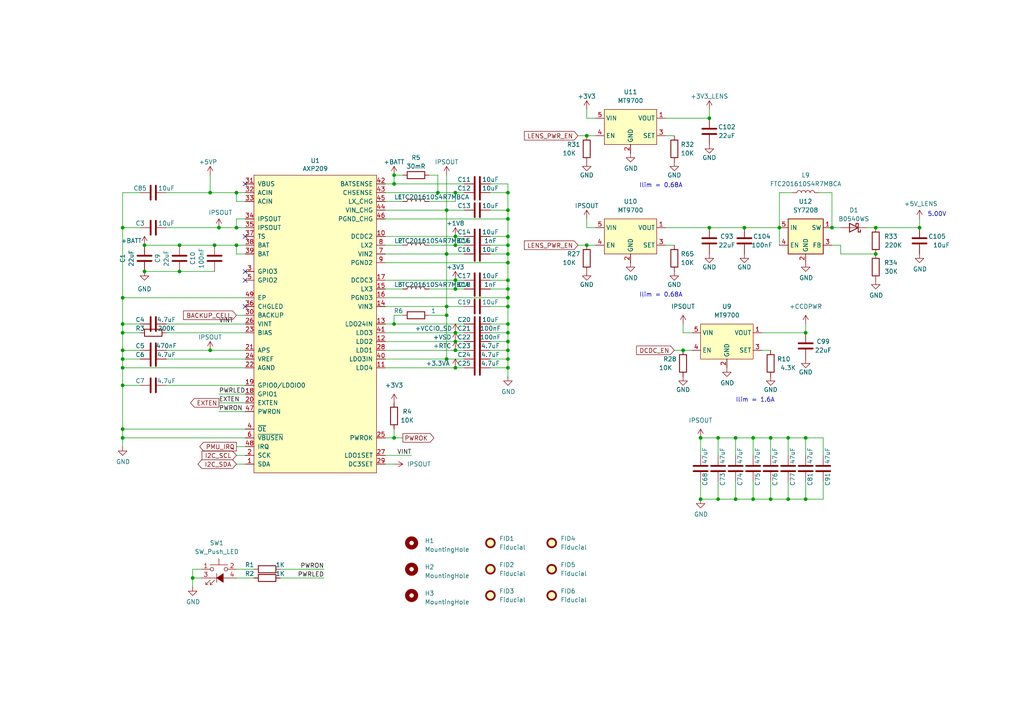
<source format=kicad_sch>
(kicad_sch (version 20231120) (generator "eeschema") (generator_version "8.0")
  (paper "A4")
  (title_block (title "Sitina 1 IO Board") (date "2024-03-08") (rev "R0.9") (company "Copyright 2024 Wenting Zhang, Anhang Li") (comment 2 "MERCHANTABILITY, SATISFACTORY QUALITY AND FITNESS FOR A PARTICULAR PURPOSE.") (comment 3 "This source is distributed WITHOUT ANY EXPRESS OR IMPLIED WARRANTY, INCLUDING OF") (comment 4 "This source describes Open Hardware and is licensed under the CERN-OHL-P v2."))
  (lib_symbols
    (symbol "Device:C" (pin_numbers hide) (pin_names (offset 0.254))
      (property "Reference" "C" (at 0.635 2.54 0))
      (property "Value" "C" (at 0.635 -2.54 0))
      (symbol "C_1_1"
        (pin passive line (at 0 3.81 270) (length 2.794) (name "~") (number "1"))
        (pin passive line (at 0 -3.81 90) (length 2.794) (name "~") (number "2"))
      )
    )
    (symbol "Device:L" (pin_numbers hide) (pin_names (offset 1.016) hide)
      (property "Reference" "L" (at -1.27 0 90))
      (property "Value" "L" (at 1.905 0 90))
      (symbol "L_1_1"
        (pin passive line (at 0 3.81 270) (length 1.27) (name "1") (number "1"))
        (pin passive line (at 0 -3.81 90) (length 1.27) (name "2") (number "2"))
      )
    )
    (symbol "Device:R" (pin_numbers hide) (pin_names (offset 0))
      (property "Reference" "R" (at 2.032 0 90))
      (property "Value" "R" (at 0 0 90))
      (symbol "R_1_1"
        (pin passive line (at 0 3.81 270) (length 1.27) (name "~") (number "1"))
        (pin passive line (at 0 -3.81 90) (length 1.27) (name "~") (number "2"))
      )
    )
    (symbol "Diode:MBR0530" (pin_numbers hide) (pin_names (offset 1.016) hide)
      (property "Reference" "D" (at 0 2.54 0))
      (property "Value" "MBR0530" (at 0 -2.54 0))
      (symbol "MBR0530_1_1"
        (pin passive line (at -3.81 0 0) (length 2.54) (name "K") (number "1"))
        (pin passive line (at 3.81 0 180) (length 2.54) (name "A") (number "2"))
      )
    )
    (symbol "Mechanical:Fiducial"
      (property "Reference" "FID" (at 0 5.08 0))
      (property "Value" "Fiducial" (at 0 3.175 0))
    )
    (symbol "Mechanical:MountingHole" (pin_names (offset 1.016))
      (property "Reference" "H" (at 0 5.08 0))
      (property "Value" "MountingHole" (at 0 3.175 0))
    )
    (symbol "Regulator_Switching:MT3608"
      (property "Reference" "U" (at -2.54 8.89 0))
      (property "Value" "MT3608" (at -3.81 6.35 0))
      (symbol "MT3608_1_1"
        (pin passive line (at 7.62 2.54 180) (length 2.54) (name "SW") (number "1"))
        (pin power_in line (at 0 -7.62 90) (length 2.54) (name "GND") (number "2"))
        (pin input line (at 7.62 -2.54 180) (length 2.54) (name "FB") (number "3"))
        (pin input line (at -7.62 -2.54 0) (length 2.54) (name "EN") (number "4"))
        (pin power_in line (at -7.62 2.54 0) (length 2.54) (name "IN") (number "5"))
        (pin no_connect line (at 5.08 0 180) (length 2.54) hide (name "NC") (number "6"))
      )
    )
    (symbol "Switch:SW_Push_LED" (pin_names (offset 1.016) hide)
      (property "Reference" "SW" (at 0.635 5.715 0))
      (property "Value" "SW_Push_LED" (at 0 -3.175 0))
      (symbol "SW_Push_LED_0_1"
        (pin passive line (at -5.08 2.54 0) (length 2.54) (name "1") (number "1"))
        (pin passive line (at 5.08 2.54 180) (length 2.54) (name "2") (number "2"))
        (pin passive line (at -5.08 0 0) (length 2.54) (name "K") (number "3"))
        (pin passive line (at 5.08 0 180) (length 2.54) (name "A") (number "4"))
      )
    )
    (symbol "power:+1V8" (power) (pin_names (offset 0))
      (property "Value" "+1V8" (at 0 3.556 0))
      (symbol "+1V8_1_1"
        (pin power_in line (at 0 0 90) (length 0) hide (name "+1V8") (number "1"))
      )
    )
    (symbol "power:+3.3VA" (power) (pin_names (offset 0))
      (property "Value" "+3.3VA" (at 0 3.556 0))
      (symbol "+3.3VA_1_1"
        (pin power_in line (at 0 0 90) (length 0) hide (name "+3.3VA") (number "1"))
      )
    )
    (symbol "power:+3V3" (power) (pin_names (offset 0))
      (property "Value" "+3V3" (at 0 3.556 0))
      (symbol "+3V3_1_1"
        (pin power_in line (at 0 0 90) (length 0) hide (name "+3V3") (number "1"))
      )
    )
    (symbol "power:+5V" (power) (pin_names (offset 0))
      (property "Value" "+5V" (at 0 3.556 0))
      (symbol "+5V_1_1"
        (pin power_in line (at 0 0 90) (length 0) hide (name "+5V") (number "1"))
      )
    )
    (symbol "power:+5VP" (power) (pin_names (offset 0))
      (property "Value" "+5VP" (at 0 3.556 0))
      (symbol "+5VP_1_1"
        (pin power_in line (at 0 0 90) (length 0) hide (name "+5VP") (number "1"))
      )
    )
    (symbol "power:+BATT" (power) (pin_names (offset 0))
      (property "Value" "+BATT" (at 0 3.556 0))
      (symbol "+BATT_1_1"
        (pin power_in line (at 0 0 90) (length 0) hide (name "+BATT") (number "1"))
      )
    )
    (symbol "power:GND" (power) (pin_names (offset 0))
      (property "Value" "GND" (at 0 -3.81 0))
      (symbol "GND_1_1"
        (pin power_in line (at 0 0 270) (length 0) hide (name "GND") (number "1"))
      )
    )
    (symbol "symbols:+RTC" (power) (pin_names (offset 0))
      (property "Value" "+RTC" (at 0 3.556 0))
      (symbol "+RTC_1_1"
        (pin power_in line (at 0 0 90) (length 0) hide (name "+RTC") (number "1"))
      )
    )
    (symbol "symbols:+VCCIO_SD" (power) (pin_names (offset 0))
      (property "Value" "+VCCIO_SD" (at 0 3.556 0))
      (symbol "+VCCIO_SD_1_1"
        (pin power_in line (at 0 0 90) (length 0) hide (name "+VCCIO_SD") (number "1"))
      )
    )
    (symbol "symbols:+VSD" (power) (pin_names (offset 0))
      (property "Value" "+VSD" (at 0 3.556 0))
      (symbol "+VSD_1_1"
        (pin power_in line (at 0 0 90) (length 0) hide (name "+VSD") (number "1"))
      )
    )
    (symbol "symbols:AXP209" (pin_names (offset 1.016))
      (property "Reference" "U" (at -15.24 0 0))
      (property "Value" "AXP209" (at 10.16 0 0))
      (symbol "AXP209_1_1"
        (pin bidirectional line (at -20.32 -86.36 0) (length 2.54) (name "SDA") (number "1"))
        (pin power_in line (at 20.32 -20.32 180) (length 2.54) (name "DCDC2") (number "10"))
        (pin power_out line (at 20.32 -58.42 180) (length 2.54) (name "LDO4") (number "11"))
        (pin power_out line (at 20.32 -50.8 180) (length 2.54) (name "LDO2") (number "12"))
        (pin power_in line (at 20.32 -45.72 180) (length 2.54) (name "LDO24IN") (number "13"))
        (pin power_in line (at 20.32 -40.64 180) (length 2.54) (name "VIN3") (number "14"))
        (pin power_in line (at 20.32 -35.56 180) (length 2.54) (name "LX3") (number "15"))
        (pin power_in line (at 20.32 -38.1 180) (length 2.54) (name "PGND3") (number "16"))
        (pin power_in line (at 20.32 -33.02 180) (length 2.54) (name "DCDC3") (number "17"))
        (pin bidirectional line (at -20.32 -66.04 0) (length 2.54) (name "GPIO1") (number "18"))
        (pin bidirectional line (at -20.32 -63.5 0) (length 2.54) (name "GPIO0/LDOIO0") (number "19"))
        (pin bidirectional line (at -20.32 -83.82 0) (length 2.54) (name "SCK") (number "2"))
        (pin output line (at -20.32 -68.58 0) (length 2.54) (name "EXTEN") (number "20"))
        (pin input line (at -20.32 -53.34 0) (length 2.54) (name "APS") (number "21"))
        (pin power_in line (at -20.32 -58.42 0) (length 2.54) (name "AGND") (number "22"))
        (pin input line (at -20.32 -48.26 0) (length 2.54) (name "BIAS") (number "23"))
        (pin power_out line (at -20.32 -55.88 0) (length 2.54) (name "VREF") (number "24"))
        (pin output line (at 20.32 -78.74 180) (length 2.54) (name "PWROK") (number "25"))
        (pin power_out line (at -20.32 -45.72 0) (length 2.54) (name "VINT") (number "26"))
        (pin input line (at 20.32 -83.82 180) (length 2.54) (name "LDO1SET") (number "27"))
        (pin power_out line (at 20.32 -53.34 180) (length 2.54) (name "LDO1") (number "28"))
        (pin input line (at 20.32 -86.36 180) (length 2.54) (name "DC3SET") (number "29"))
        (pin bidirectional line (at -20.32 -30.48 0) (length 2.54) (name "GPIO3") (number "3"))
        (pin power_in line (at -20.32 -43.18 0) (length 2.54) (name "BACKUP") (number "30"))
        (pin power_in line (at -20.32 -5.08 0) (length 2.54) (name "VBUS") (number "31"))
        (pin power_in line (at -20.32 -7.62 0) (length 2.54) (name "ACIN") (number "32"))
        (pin power_in line (at -20.32 -10.16 0) (length 2.54) (name "ACIN") (number "33"))
        (pin power_out line (at -20.32 -15.24 0) (length 2.54) (name "IPSOUT") (number "34"))
        (pin power_out line (at -20.32 -17.78 0) (length 2.54) (name "IPSOUT") (number "35"))
        (pin output line (at -20.32 -40.64 0) (length 2.54) (name "CHGLED") (number "36"))
        (pin input line (at -20.32 -20.32 0) (length 2.54) (name "TS") (number "37"))
        (pin power_in line (at -20.32 -22.86 0) (length 2.54) (name "BAT") (number "38"))
        (pin power_in line (at -20.32 -25.4 0) (length 2.54) (name "BAT") (number "39"))
        (pin input line (at -20.32 -76.2 0) (length 2.54) (name "~{OE}") (number "4"))
        (pin power_in line (at 20.32 -55.88 180) (length 2.54) (name "LDO3IN") (number "40"))
        (pin power_out line (at 20.32 -48.26 180) (length 2.54) (name "LDO3") (number "41"))
        (pin input line (at 20.32 -5.08 180) (length 2.54) (name "BATSENSE") (number "42"))
        (pin input line (at 20.32 -7.62 180) (length 2.54) (name "CHSENSE") (number "43"))
        (pin output line (at 20.32 -12.7 180) (length 2.54) (name "VIN_CHG") (number "44"))
        (pin output line (at 20.32 -10.16 180) (length 2.54) (name "LX_CHG") (number "45"))
        (pin power_in line (at 20.32 -15.24 180) (length 2.54) (name "PGND_CHG") (number "46"))
        (pin input line (at -20.32 -71.12 0) (length 2.54) (name "PWRON") (number "47"))
        (pin output line (at -20.32 -81.28 0) (length 2.54) (name "IRQ") (number "48"))
        (pin power_in line (at -20.32 -38.1 0) (length 2.54) (name "EP") (number "49"))
        (pin bidirectional line (at -20.32 -33.02 0) (length 2.54) (name "GPIO2") (number "5"))
        (pin input line (at -20.32 -78.74 0) (length 2.54) (name "~{VBUSEN}") (number "6"))
        (pin power_in line (at 20.32 -25.4 180) (length 2.54) (name "VIN2") (number "7"))
        (pin power_in line (at 20.32 -22.86 180) (length 2.54) (name "LX2") (number "8"))
        (pin power_in line (at 20.32 -27.94 180) (length 2.54) (name "PGND2") (number "9"))
      )
    )
    (symbol "symbols:IPSOUT" (power) (pin_names (offset 0))
      (property "Value" "IPSOUT" (at 0 3.556 0))
      (symbol "IPSOUT_1_1"
        (pin power_in line (at 0 0 90) (length 0) hide (name "IPSOUT") (number "1"))
      )
    )
    (symbol "symbols:MT9700"
      (property "Reference" "U" (at -5.08 7.62 0))
      (property "Value" "MT9700" (at 2.54 7.62 0))
      (symbol "MT9700_1_1"
        (pin passive line (at 10.16 2.54 180) (length 2.54) (name "VOUT") (number "1"))
        (pin passive line (at 0 -7.62 90) (length 2.54) (name "GND") (number "2"))
        (pin passive line (at 10.16 -2.54 180) (length 2.54) (name "SET") (number "3"))
        (pin passive line (at -10.16 -2.54 0) (length 2.54) (name "EN") (number "4"))
        (pin passive line (at -10.16 2.54 0) (length 2.54) (name "VIN") (number "5"))
      )
    )
  )
  (junction (at 147.32 73.66) (diameter 0.9144))
  (junction (at 52.07 71.12))
  (junction (at 208.28 144.78))
  (junction (at 52.07 78.74))
  (junction (at 132.08 83.82) (diameter 0.9144))
  (junction (at 35.56 93.98) (diameter 0.9144))
  (junction (at 35.56 124.46) (diameter 0.9144))
  (junction (at 60.96 101.6) (diameter 0.9144))
  (junction (at 147.32 81.28) (diameter 0.9144))
  (junction (at 129.54 73.66) (diameter 0.9144))
  (junction (at 35.56 66.04) (diameter 0.9144))
  (junction (at 35.56 86.36) (diameter 0.9144))
  (junction (at 233.68 96.52))
  (junction (at 147.32 55.88) (diameter 0.9144))
  (junction (at 218.44 144.78))
  (junction (at 147.32 93.98) (diameter 0.9144))
  (junction (at 203.2 144.78))
  (junction (at 223.52 144.78))
  (junction (at 147.32 88.9) (diameter 0.9144))
  (junction (at 223.52 127))
  (junction (at 132.08 81.28) (diameter 0.9144))
  (junction (at 147.32 60.96) (diameter 0.9144))
  (junction (at 147.32 63.5) (diameter 0.9144))
  (junction (at 226.06 66.04))
  (junction (at 132.08 68.58) (diameter 0.9144))
  (junction (at 132.08 55.88) (diameter 0.9144))
  (junction (at 233.68 144.78))
  (junction (at 129.54 60.96) (diameter 0.9144))
  (junction (at 114.3 93.98) (diameter 0.9144))
  (junction (at 241.3 66.04))
  (junction (at 147.32 106.68) (diameter 0.9144))
  (junction (at 60.96 55.88))
  (junction (at 198.12 101.6))
  (junction (at 254 73.66))
  (junction (at 266.7 66.04))
  (junction (at 170.18 39.37))
  (junction (at 233.68 127))
  (junction (at 114.3 53.34))
  (junction (at 35.56 106.68) (diameter 0.9144))
  (junction (at 254 66.04))
  (junction (at 208.28 127))
  (junction (at 62.23 71.12))
  (junction (at 147.32 96.52) (diameter 0.9144))
  (junction (at 228.6 127))
  (junction (at 132.08 96.52))
  (junction (at 41.91 71.12))
  (junction (at 63.5 66.04) (diameter 0.9144))
  (junction (at 170.18 71.12))
  (junction (at 132.08 71.12) (diameter 0.9144))
  (junction (at 114.3 127))
  (junction (at 147.32 68.58) (diameter 0.9144))
  (junction (at 215.9 66.04))
  (junction (at 35.56 104.14) (diameter 0.9144))
  (junction (at 203.2 127))
  (junction (at 55.88 167.64))
  (junction (at 147.32 83.82) (diameter 0.9144))
  (junction (at 213.36 144.78))
  (junction (at 213.36 127))
  (junction (at 147.32 86.36) (diameter 0.9144))
  (junction (at 205.74 66.04))
  (junction (at 147.32 104.14) (diameter 0.9144))
  (junction (at 127 55.88))
  (junction (at 35.56 127))
  (junction (at 132.08 101.6) (diameter 0.9144))
  (junction (at 68.58 66.04) (diameter 0.9144))
  (junction (at 147.32 99.06) (diameter 0.9144))
  (junction (at 68.58 71.12))
  (junction (at 129.54 104.14) (diameter 0.9144))
  (junction (at 35.56 96.52) (diameter 0.9144))
  (junction (at 114.3 50.8))
  (junction (at 68.58 55.88))
  (junction (at 132.08 106.68) (diameter 0.9144))
  (junction (at 41.91 78.74))
  (junction (at 129.54 88.9) (diameter 0.9144))
  (junction (at 147.32 101.6) (diameter 0.9144))
  (junction (at 35.56 101.6) (diameter 0.9144))
  (junction (at 228.6 144.78))
  (junction (at 129.54 91.44) (diameter 0.9144))
  (junction (at 132.08 99.06))
  (junction (at 35.56 111.76) (diameter 0.9144))
  (junction (at 147.32 76.2) (diameter 0.9144))
  (junction (at 205.74 34.29))
  (junction (at 147.32 71.12) (diameter 0.9144))
  (junction (at 218.44 127))
  (no_connect (at 71.12 78.74))
  (no_connect (at 71.12 81.28))
  (no_connect (at 71.12 88.9))
  (no_connect (at 71.12 68.58))
  (no_connect (at 71.12 53.34))
  (wire (pts (xy 68.58 71.12) (xy 71.12 71.12)))
  (wire (pts (xy 147.32 63.5) (xy 147.32 68.58)))
  (wire (pts (xy 114.3 50.8) (xy 114.3 53.34)))
  (wire (pts (xy 60.96 55.88) (xy 68.58 55.88)))
  (wire (pts (xy 35.56 106.68) (xy 35.56 111.76)))
  (wire (pts (xy 111.76 132.08) (xy 119.38 132.08)))
  (wire (pts (xy 223.52 127) (xy 223.52 132.08)))
  (wire (pts (xy 111.76 88.9) (xy 129.54 88.9)))
  (wire (pts (xy 132.08 83.82) (xy 134.62 83.82)))
  (wire (pts (xy 241.3 71.12) (xy 243.84 71.12)))
  (wire (pts (xy 132.08 58.42) (xy 124.46 58.42)))
  (wire (pts (xy 142.24 73.66) (xy 147.32 73.66)))
  (wire (pts (xy 111.76 106.68) (xy 132.08 106.68)))
  (wire (pts (xy 243.84 73.66) (xy 243.84 71.12)))
  (wire (pts (xy 167.64 71.12) (xy 170.18 71.12)))
  (wire (pts (xy 35.56 66.04) (xy 35.56 86.36)))
  (wire (pts (xy 40.64 93.98) (xy 35.56 93.98)))
  (wire (pts (xy 170.18 31.75) (xy 170.18 34.29)))
  (wire (pts (xy 241.3 66.04) (xy 243.84 66.04)))
  (wire (pts (xy 132.08 71.12) (xy 132.08 68.58)))
  (wire (pts (xy 170.18 66.04) (xy 172.72 66.04)))
  (wire (pts (xy 35.56 96.52) (xy 35.56 101.6)))
  (wire (pts (xy 147.32 93.98) (xy 147.32 96.52)))
  (wire (pts (xy 195.58 101.6) (xy 198.12 101.6)))
  (wire (pts (xy 129.54 50.8) (xy 129.54 60.96)))
  (wire (pts (xy 142.24 55.88) (xy 147.32 55.88)))
  (wire (pts (xy 68.58 167.64) (xy 73.66 167.64)))
  (wire (pts (xy 142.24 106.68) (xy 147.32 106.68)))
  (wire (pts (xy 114.3 93.98) (xy 134.62 93.98)))
  (wire (pts (xy 111.76 71.12) (xy 116.84 71.12)))
  (wire (pts (xy 129.54 60.96) (xy 134.62 60.96)))
  (wire (pts (xy 111.76 81.28) (xy 132.08 81.28)))
  (wire (pts (xy 228.6 132.08) (xy 228.6 127)))
  (wire (pts (xy 71.12 134.62) (xy 68.58 134.62)))
  (wire (pts (xy 63.5 66.04) (xy 68.58 66.04)))
  (wire (pts (xy 220.98 101.6) (xy 223.52 101.6)))
  (wire (pts (xy 71.12 86.36) (xy 35.56 86.36)))
  (wire (pts (xy 124.46 71.12) (xy 132.08 71.12)))
  (wire (pts (xy 48.26 104.14) (xy 71.12 104.14)))
  (wire (pts (xy 147.32 81.28) (xy 147.32 83.82)))
  (wire (pts (xy 35.56 55.88) (xy 35.56 66.04)))
  (wire (pts (xy 71.12 63.5) (xy 68.58 63.5)))
  (wire (pts (xy 215.9 66.04) (xy 226.06 66.04)))
  (wire (pts (xy 48.26 55.88) (xy 60.96 55.88)))
  (wire (pts (xy 111.76 96.52) (xy 132.08 96.52)))
  (wire (pts (xy 132.08 96.52) (xy 134.62 96.52)))
  (wire (pts (xy 213.36 139.7) (xy 213.36 144.78)))
  (wire (pts (xy 147.32 76.2) (xy 147.32 81.28)))
  (wire (pts (xy 147.32 83.82) (xy 147.32 86.36)))
  (wire (pts (xy 223.52 144.78) (xy 228.6 144.78)))
  (wire (pts (xy 111.76 60.96) (xy 129.54 60.96)))
  (wire (pts (xy 116.84 91.44) (xy 114.3 91.44)))
  (wire (pts (xy 147.32 55.88) (xy 147.32 60.96)))
  (wire (pts (xy 116.84 58.42) (xy 111.76 58.42)))
  (wire (pts (xy 193.04 66.04) (xy 205.74 66.04)))
  (wire (pts (xy 147.32 68.58) (xy 147.32 71.12)))
  (wire (pts (xy 147.32 106.68) (xy 147.32 109.22)))
  (wire (pts (xy 68.58 91.44) (xy 71.12 91.44)))
  (wire (pts (xy 208.28 144.78) (xy 213.36 144.78)))
  (wire (pts (xy 114.3 53.34) (xy 134.62 53.34)))
  (wire (pts (xy 68.58 73.66) (xy 68.58 71.12)))
  (wire (pts (xy 55.88 167.64) (xy 58.42 167.64)))
  (wire (pts (xy 251.46 66.04) (xy 254 66.04)))
  (wire (pts (xy 233.68 96.52) (xy 233.68 93.98)))
  (wire (pts (xy 114.3 124.46) (xy 114.3 127)))
  (wire (pts (xy 111.76 101.6) (xy 132.08 101.6)))
  (wire (pts (xy 71.12 73.66) (xy 68.58 73.66)))
  (wire (pts (xy 233.68 139.7) (xy 233.68 144.78)))
  (wire (pts (xy 170.18 71.12) (xy 172.72 71.12)))
  (wire (pts (xy 111.76 83.82) (xy 116.84 83.82)))
  (wire (pts (xy 111.76 134.62) (xy 114.3 134.62)))
  (wire (pts (xy 40.64 101.6) (xy 35.56 101.6)))
  (wire (pts (xy 35.56 104.14) (xy 35.56 106.68)))
  (wire (pts (xy 142.24 71.12) (xy 147.32 71.12)))
  (wire (pts (xy 147.32 53.34) (xy 147.32 55.88)))
  (wire (pts (xy 233.68 132.08) (xy 233.68 127)))
  (wire (pts (xy 124.46 50.8) (xy 127 50.8)))
  (wire (pts (xy 111.76 99.06) (xy 132.08 99.06)))
  (wire (pts (xy 142.24 83.82) (xy 147.32 83.82)))
  (wire (pts (xy 60.96 101.6) (xy 71.12 101.6)))
  (wire (pts (xy 127 55.88) (xy 132.08 55.88)))
  (wire (pts (xy 198.12 93.98) (xy 198.12 96.52)))
  (wire (pts (xy 142.24 99.06) (xy 147.32 99.06)))
  (wire (pts (xy 127 50.8) (xy 127 55.88)))
  (wire (pts (xy 132.08 81.28) (xy 134.62 81.28)))
  (wire (pts (xy 71.12 132.08) (xy 68.58 132.08)))
  (wire (pts (xy 132.08 71.12) (xy 134.62 71.12)))
  (wire (pts (xy 48.26 66.04) (xy 63.5 66.04)))
  (wire (pts (xy 35.56 111.76) (xy 35.56 124.46)))
  (wire (pts (xy 142.24 93.98) (xy 147.32 93.98)))
  (wire (pts (xy 254 73.66) (xy 243.84 73.66)))
  (wire (pts (xy 142.24 81.28) (xy 147.32 81.28)))
  (wire (pts (xy 238.76 132.08) (xy 238.76 127)))
  (wire (pts (xy 218.44 139.7) (xy 218.44 144.78)))
  (wire (pts (xy 124.46 83.82) (xy 132.08 83.82)))
  (wire (pts (xy 170.18 63.5) (xy 170.18 66.04)))
  (wire (pts (xy 147.32 71.12) (xy 147.32 73.66)))
  (wire (pts (xy 223.52 127) (xy 228.6 127)))
  (wire (pts (xy 198.12 96.52) (xy 200.66 96.52)))
  (wire (pts (xy 132.08 55.88) (xy 134.62 55.88)))
  (wire (pts (xy 218.44 127) (xy 223.52 127)))
  (wire (pts (xy 111.76 127) (xy 114.3 127)))
  (wire (pts (xy 114.3 127) (xy 116.84 127)))
  (wire (pts (xy 170.18 34.29) (xy 172.72 34.29)))
  (wire (pts (xy 58.42 165.1) (xy 55.88 165.1)))
  (wire (pts (xy 226.06 66.04) (xy 226.06 71.12)))
  (wire (pts (xy 198.12 101.6) (xy 200.66 101.6)))
  (wire (pts (xy 220.98 96.52) (xy 233.68 96.52)))
  (wire (pts (xy 228.6 144.78) (xy 233.68 144.78)))
  (wire (pts (xy 208.28 139.7) (xy 208.28 144.78)))
  (wire (pts (xy 193.04 71.12) (xy 195.58 71.12)))
  (wire (pts (xy 208.28 127) (xy 213.36 127)))
  (wire (pts (xy 68.58 63.5) (xy 68.58 66.04)))
  (wire (pts (xy 218.44 132.08) (xy 218.44 127)))
  (wire (pts (xy 111.76 86.36) (xy 147.32 86.36)))
  (wire (pts (xy 147.32 73.66) (xy 147.32 76.2)))
  (wire (pts (xy 203.2 139.7) (xy 203.2 144.78)))
  (wire (pts (xy 68.58 165.1) (xy 73.66 165.1)))
  (wire (pts (xy 238.76 139.7) (xy 238.76 144.78)))
  (wire (pts (xy 132.08 106.68) (xy 134.62 106.68)))
  (wire (pts (xy 129.54 91.44) (xy 129.54 88.9)))
  (wire (pts (xy 226.06 55.88) (xy 226.06 66.04)))
  (wire (pts (xy 35.56 86.36) (xy 35.56 93.98)))
  (wire (pts (xy 228.6 127) (xy 233.68 127)))
  (wire (pts (xy 35.56 101.6) (xy 35.56 104.14)))
  (wire (pts (xy 55.88 167.64) (xy 55.88 170.18)))
  (wire (pts (xy 60.96 50.8) (xy 60.96 55.88)))
  (wire (pts (xy 129.54 88.9) (xy 134.62 88.9)))
  (wire (pts (xy 114.3 91.44) (xy 114.3 93.98)))
  (wire (pts (xy 129.54 104.14) (xy 134.62 104.14)))
  (wire (pts (xy 71.12 124.46) (xy 35.56 124.46)))
  (wire (pts (xy 41.91 71.12) (xy 52.07 71.12)))
  (wire (pts (xy 40.64 111.76) (xy 35.56 111.76)))
  (wire (pts (xy 142.24 53.34) (xy 147.32 53.34)))
  (wire (pts (xy 111.76 63.5) (xy 147.32 63.5)))
  (wire (pts (xy 241.3 55.88) (xy 237.49 55.88)))
  (wire (pts (xy 147.32 104.14) (xy 147.32 106.68)))
  (wire (pts (xy 233.68 127) (xy 238.76 127)))
  (wire (pts (xy 63.5 116.84) (xy 71.12 116.84)))
  (wire (pts (xy 147.32 99.06) (xy 147.32 101.6)))
  (wire (pts (xy 233.68 144.78) (xy 238.76 144.78)))
  (wire (pts (xy 205.74 34.29) (xy 205.74 31.75)))
  (wire (pts (xy 142.24 96.52) (xy 147.32 96.52)))
  (wire (pts (xy 114.3 93.98) (xy 111.76 93.98)))
  (wire (pts (xy 111.76 104.14) (xy 129.54 104.14)))
  (wire (pts (xy 132.08 68.58) (xy 134.62 68.58)))
  (wire (pts (xy 142.24 88.9) (xy 147.32 88.9)))
  (wire (pts (xy 132.08 99.06) (xy 134.62 99.06)))
  (wire (pts (xy 111.76 53.34) (xy 114.3 53.34)))
  (wire (pts (xy 193.04 34.29) (xy 205.74 34.29)))
  (wire (pts (xy 68.58 55.88) (xy 71.12 55.88)))
  (wire (pts (xy 52.07 71.12) (xy 62.23 71.12)))
  (wire (pts (xy 41.91 78.74) (xy 52.07 78.74)))
  (wire (pts (xy 229.87 55.88) (xy 226.06 55.88)))
  (wire (pts (xy 35.56 106.68) (xy 71.12 106.68)))
  (wire (pts (xy 35.56 127) (xy 71.12 127)))
  (wire (pts (xy 81.28 165.1) (xy 93.98 165.1)))
  (wire (pts (xy 213.36 132.08) (xy 213.36 127)))
  (wire (pts (xy 147.32 96.52) (xy 147.32 99.06)))
  (wire (pts (xy 203.2 127) (xy 203.2 132.08)))
  (wire (pts (xy 35.56 124.46) (xy 35.56 127)))
  (wire (pts (xy 35.56 127) (xy 35.56 129.54)))
  (wire (pts (xy 132.08 101.6) (xy 134.62 101.6)))
  (wire (pts (xy 62.23 71.12) (xy 68.58 71.12)))
  (wire (pts (xy 142.24 101.6) (xy 147.32 101.6)))
  (wire (pts (xy 48.26 101.6) (xy 60.96 101.6)))
  (wire (pts (xy 213.36 144.78) (xy 218.44 144.78)))
  (wire (pts (xy 203.2 144.78) (xy 208.28 144.78)))
  (wire (pts (xy 111.76 55.88) (xy 127 55.88)))
  (wire (pts (xy 129.54 73.66) (xy 111.76 73.66)))
  (wire (pts (xy 205.74 66.04) (xy 215.9 66.04)))
  (wire (pts (xy 40.64 96.52) (xy 35.56 96.52)))
  (wire (pts (xy 55.88 165.1) (xy 55.88 167.64)))
  (wire (pts (xy 142.24 68.58) (xy 147.32 68.58)))
  (wire (pts (xy 167.64 39.37) (xy 170.18 39.37)))
  (wire (pts (xy 254 66.04) (xy 266.7 66.04)))
  (wire (pts (xy 63.5 114.3) (xy 71.12 114.3)))
  (wire (pts (xy 68.58 58.42) (xy 68.58 55.88)))
  (wire (pts (xy 266.7 63.5) (xy 266.7 66.04)))
  (wire (pts (xy 35.56 55.88) (xy 40.64 55.88)))
  (wire (pts (xy 111.76 68.58) (xy 132.08 68.58)))
  (wire (pts (xy 71.12 111.76) (xy 48.26 111.76)))
  (wire (pts (xy 147.32 86.36) (xy 147.32 88.9)))
  (wire (pts (xy 93.98 167.64) (xy 81.28 167.64)))
  (wire (pts (xy 147.32 60.96) (xy 147.32 63.5)))
  (wire (pts (xy 71.12 58.42) (xy 68.58 58.42)))
  (wire (pts (xy 142.24 104.14) (xy 147.32 104.14)))
  (wire (pts (xy 40.64 66.04) (xy 35.56 66.04)))
  (wire (pts (xy 132.08 58.42) (xy 132.08 55.88)))
  (wire (pts (xy 203.2 127) (xy 208.28 127)))
  (wire (pts (xy 134.62 73.66) (xy 129.54 73.66)))
  (wire (pts (xy 132.08 83.82) (xy 132.08 81.28)))
  (wire (pts (xy 129.54 60.96) (xy 129.54 73.66)))
  (wire (pts (xy 35.56 93.98) (xy 35.56 96.52)))
  (wire (pts (xy 63.5 119.38) (xy 71.12 119.38)))
  (wire (pts (xy 48.26 93.98) (xy 71.12 93.98)))
  (wire (pts (xy 142.24 60.96) (xy 147.32 60.96)))
  (wire (pts (xy 114.3 50.8) (xy 116.84 50.8)))
  (wire (pts (xy 129.54 73.66) (xy 129.54 88.9)))
  (wire (pts (xy 213.36 127) (xy 218.44 127)))
  (wire (pts (xy 71.12 129.54) (xy 68.58 129.54)))
  (wire (pts (xy 241.3 66.04) (xy 241.3 55.88)))
  (wire (pts (xy 218.44 144.78) (xy 223.52 144.78)))
  (wire (pts (xy 124.46 91.44) (xy 129.54 91.44)))
  (wire (pts (xy 111.76 76.2) (xy 147.32 76.2)))
  (wire (pts (xy 223.52 139.7) (xy 223.52 144.78)))
  (wire (pts (xy 68.58 66.04) (xy 71.12 66.04)))
  (wire (pts (xy 228.6 139.7) (xy 228.6 144.78)))
  (wire (pts (xy 40.64 104.14) (xy 35.56 104.14)))
  (wire (pts (xy 71.12 96.52) (xy 48.26 96.52)))
  (wire (pts (xy 147.32 101.6) (xy 147.32 104.14)))
  (wire (pts (xy 147.32 88.9) (xy 147.32 93.98)))
  (wire (pts (xy 52.07 78.74) (xy 62.23 78.74)))
  (wire (pts (xy 208.28 132.08) (xy 208.28 127)))
  (wire (pts (xy 193.04 39.37) (xy 195.58 39.37)))
  (wire (pts (xy 170.18 39.37) (xy 172.72 39.37)))
  (wire (pts (xy 129.54 91.44) (xy 129.54 104.14)))
  (text "Ilim = 0.68A" (at 185.42 86.36 0) (effects (font (size 1.27 1.27)) (justify left bottom)))
  (text "Ilim = 0.68A" (at 185.42 54.61 0) (effects (font (size 1.27 1.27)) (justify left bottom)))
  (text "Ilim = 1.6A" (at 213.36 116.84 0) (effects (font (size 1.27 1.27)) (justify left bottom)))
  (text "5.00V" (at 271.78 62.23 0) (effects (font (size 1.27 1.27))))
  (label "PWRON" (at 93.98 165.1 180))
  (label "VINT" (at 119.38 132.08 180))
  (label "EXTEN" (at 63.5 116.84 0))
  (label "PWRON" (at 63.5 119.38 0))
  (label "PWRLED" (at 93.98 167.64 180))
  (label "PWRLED" (at 63.5 114.3 0))
  (label "VINT" (at 63.5 93.98 0))
  (global_label "BACKUP_CELL" (shape input) (at 68.58 91.44 180) (property "Intersheetrefs" "${INTERSHEET_REFS}" (effects (hide yes))))
  (global_label "LENS_PWR_EN" (shape input) (at 167.64 71.12 180) (property "Intersheetrefs" "${INTERSHEET_REFS}" (effects (hide yes))))
  (global_label "I2C_SCL" (shape input) (at 68.58 132.08 180) (property "Intersheetrefs" "${INTERSHEET_REFS}" (effects (hide yes))))
  (global_label "DCDC_EN" (shape input) (at 195.58 101.6 180) (property "Intersheetrefs" "${INTERSHEET_REFS}" (effects (hide yes))))
  (global_label "I2C_SDA" (shape bidirectional) (at 68.58 134.62 180) (property "Intersheetrefs" "${INTERSHEET_REFS}" (effects (hide yes))))
  (global_label "EXTEN" (shape output) (at 63.5 116.84 180) (property "Intersheetrefs" "${INTERSHEET_REFS}" (effects (hide yes))))
  (global_label "PMU_IRQ" (shape output) (at 68.58 129.54 180) (property "Intersheetrefs" "${INTERSHEET_REFS}" (effects (hide yes))))
  (global_label "PWROK" (shape output) (at 116.84 127 0) (property "Intersheetrefs" "${INTERSHEET_REFS}" (effects (hide yes))))
  (global_label "LENS_PWR_EN" (shape input) (at 167.64 39.37 180) (property "Intersheetrefs" "${INTERSHEET_REFS}" (effects (hide yes))))
  (symbol (lib_id "symbols:IPSOUT") (at 203.2 127 0) (unit 1)
    (property "Reference" "#PWR035" (effects (hide yes)))
    (property "Value" "IPSOUT" (at 203.2 121.92 0))
  )
  (symbol (lib_id "Device:C") (at 138.43 81.28 270) (unit 1)
    (property "Reference" "C17" (at 134.62 80.01 90))
    (property "Value" "10uF" (at 142.24 80.01 90))
    (property "Footprint" "Capacitor_SMD:C_0603_1608Metric" (effects (hide yes)))
  )
  (symbol (lib_id "Device:L") (at 120.65 58.42 90) (unit 1)
    (property "Reference" "L1" (at 115.57 57.15 90))
    (property "Value" "FTC201610S4R7MBCA" (at 125.73 57.15 90))
    (property "Footprint" "Inductor_SMD:L_Murata_DFE201610P" (effects (hide yes)))
  )
  (symbol (lib_id "Regulator_Switching:MT3608") (at 233.68 68.58 0) (unit 1)
    (property "Reference" "U12" (at 233.6271 58.42 0))
    (property "Value" "SY7208" (at 233.68 60.96 0))
    (property "Footprint" "Package_TO_SOT_SMD:SOT-23-6" (effects (hide yes)))
    (property "Datasheet" "https://www.olimex.com/Products/Breadboarding/BB-PWR-3608/resources/MT3608.pdf" (effects (hide yes)))
  )
  (symbol (lib_id "Device:C") (at 138.43 73.66 270) (unit 1)
    (property "Reference" "C16" (at 134.62 72.39 90))
    (property "Value" "10uF" (at 142.24 72.39 90))
    (property "Footprint" "Capacitor_SMD:C_0603_1608Metric" (effects (hide yes)))
  )
  (symbol (lib_id "Device:L") (at 233.68 55.88 90) (unit 1)
    (property "Reference" "L9" (at 233.68 50.8 90))
    (property "Value" "FTC201610S4R7MBCA" (at 233.68 53.34 90))
    (property "Footprint" "Inductor_SMD:L_Murata_DFE201610P" (effects (hide yes)))
  )
  (symbol (lib_id "Device:R") (at 120.65 91.44 270) (unit 1)
    (property "Reference" "R6" (at 115.57 90.17 90))
    (property "Value" "1" (at 125.73 90.17 90))
    (property "Footprint" "Resistor_SMD:R_0603_1608Metric" (effects (hide yes)))
  )
  (symbol (lib_id "power:GND") (at 205.74 41.91 0) (mirror y) (unit 1)
    (property "Reference" "#PWR0131" (effects (hide yes)))
    (property "Value" "GND" (at 205.74 45.72 0))
  )
  (symbol (lib_id "Device:C") (at 41.91 74.93 0) (unit 1)
    (property "Reference" "C1" (at 35.56 74.93 90))
    (property "Value" "22uF" (at 38.1 74.93 90))
    (property "Footprint" "Capacitor_SMD:C_0603_1608Metric" (effects (hide yes)))
  )
  (symbol (lib_id "Device:C") (at 138.43 106.68 270) (unit 1)
    (property "Reference" "C25" (at 134.62 105.41 90))
    (property "Value" "4.7uF" (at 142.24 105.41 90))
    (property "Footprint" "Capacitor_SMD:C_0402_1005Metric" (effects (hide yes)))
  )
  (symbol (lib_id "Device:L") (at 120.65 83.82 90) (unit 1)
    (property "Reference" "L3" (at 115.57 82.55 90))
    (property "Value" "FTC201610S4R7MBCA" (at 125.73 82.55 90))
    (property "Footprint" "Inductor_SMD:L_Murata_DFE201610P" (effects (hide yes)))
  )
  (symbol (lib_id "Device:C") (at 52.07 74.93 0) (unit 1)
    (property "Reference" "C9" (at 45.72 74.93 90))
    (property "Value" "22uF" (at 48.26 74.93 90))
    (property "Footprint" "Capacitor_SMD:C_0603_1608Metric" (effects (hide yes)))
  )
  (symbol (lib_id "Device:R") (at 254 77.47 180) (unit 1)
    (property "Reference" "R34" (at 260.35 76.2 0) (effects (justify left)))
    (property "Value" "30K" (at 256.54 78.74 0) (effects (justify right)))
    (property "Footprint" "Resistor_SMD:R_0402_1005Metric" (effects (hide yes)))
  )
  (symbol (lib_id "power:GND") (at 215.9 73.66 0) (mirror y) (unit 1)
    (property "Reference" "#PWR0142" (effects (hide yes)))
    (property "Value" "GND" (at 215.9 77.47 0))
  )
  (symbol (lib_id "Device:R") (at 170.18 74.93 0) (mirror x) (unit 1)
    (property "Reference" "R27" (at 166.37 73.66 0))
    (property "Value" "10K" (at 165.1 76.2 0))
    (property "Footprint" "Resistor_SMD:R_0402_1005Metric" (effects (hide yes)))
  )
  (symbol (lib_id "Device:C") (at 138.43 96.52 270) (unit 1)
    (property "Reference" "C21" (at 134.62 95.25 90))
    (property "Value" "100nF" (at 142.24 95.25 90))
    (property "Footprint" "Capacitor_SMD:C_0402_1005Metric" (effects (hide yes)))
  )
  (symbol (lib_id "symbols:IPSOUT") (at 170.18 63.5 0) (unit 1)
    (property "Reference" "#PWR092" (effects (hide yes)))
    (property "Value" "IPSOUT" (at 170.18 59.69 0))
  )
  (symbol (lib_id "Device:C") (at 44.45 101.6 270) (unit 1)
    (property "Reference" "C5" (at 40.64 100.33 90))
    (property "Value" "470nF" (at 48.26 100.33 90))
    (property "Footprint" "Capacitor_SMD:C_0402_1005Metric" (effects (hide yes)))
  )
  (symbol (lib_id "power:GND") (at 254 81.28 0) (unit 1)
    (property "Reference" "#PWR0135" (effects (hide yes)))
    (property "Value" "GND" (at 254.127 85.6742 0))
  )
  (symbol (lib_id "Device:C") (at 228.6 135.89 0) (mirror y) (unit 1)
    (property "Reference" "C77" (at 229.87 140.97 90) (effects (justify left)))
    (property "Value" "47uF" (at 229.87 134.62 90) (effects (justify left)))
    (property "Footprint" "Capacitor_SMD:C_0805_2012Metric" (effects (hide yes)))
  )
  (symbol (lib_id "Device:R") (at 114.3 120.65 0) (unit 1)
    (property "Reference" "R4" (at 118.11 119.38 0))
    (property "Value" "10K" (at 118.11 121.92 0))
    (property "Footprint" "Resistor_SMD:R_0402_1005Metric" (effects (hide yes)))
  )
  (symbol (lib_id "symbols:MT9700") (at 210.82 99.06 0) (unit 1)
    (property "Reference" "U9" (at 210.82 88.9 0))
    (property "Value" "MT9700" (at 210.82 91.44 0))
    (property "Footprint" "Package_TO_SOT_SMD:SOT-23-5" (effects (hide yes)))
  )
  (symbol (lib_id "power:+1V8") (at 132.08 68.58 0) (unit 1)
    (property "Reference" "#PWR015" (effects (hide yes)))
    (property "Value" "+1V8" (at 132.08 64.77 0))
  )
  (symbol (lib_id "symbols:IPSOUT") (at 198.12 93.98 0) (unit 1)
    (property "Reference" "#PWR0112" (effects (hide yes)))
    (property "Value" "IPSOUT" (at 198.12 88.9 0))
  )
  (symbol (lib_id "symbols:MT9700") (at 182.88 36.83 0) (unit 1)
    (property "Reference" "U11" (at 182.88 26.67 0))
    (property "Value" "MT9700" (at 182.88 29.21 0))
    (property "Footprint" "Package_TO_SOT_SMD:SOT-23-5" (effects (hide yes)))
  )
  (symbol (lib_id "power:GND") (at 203.2 144.78 0) (unit 1)
    (property "Reference" "#PWR039" (effects (hide yes)))
    (property "Value" "GND" (at 203.327 149.1742 0))
  )
  (symbol (lib_id "power:GND") (at 170.18 78.74 0) (mirror y) (unit 1)
    (property "Reference" "#PWR0141" (effects (hide yes)))
    (property "Value" "GND" (at 170.18 82.55 0))
  )
  (symbol (lib_id "Device:R") (at 195.58 43.18 180) (unit 1)
    (property "Reference" "R32" (at 199.39 41.91 0))
    (property "Value" "10K" (at 199.39 44.45 0))
    (property "Footprint" "Resistor_SMD:R_0402_1005Metric" (effects (hide yes)))
  )
  (symbol (lib_id "power:GND") (at 195.58 78.74 0) (mirror y) (unit 1)
    (property "Reference" "#PWR0182" (effects (hide yes)))
    (property "Value" "GND" (at 195.58 82.55 0))
  )
  (symbol (lib_id "power:GND") (at 182.88 44.45 0) (unit 1)
    (property "Reference" "#PWR0128" (effects (hide yes)))
    (property "Value" "GND" (at 183.007 48.8442 0))
  )
  (symbol (lib_id "symbols:+VCCIO_SD") (at 132.08 96.52 0) (unit 1)
    (property "Reference" "#PWR017" (effects (hide yes)))
    (property "Value" "+VCCIO_SD" (at 125.73 95.25 0))
  )
  (symbol (lib_id "power:GND") (at 205.74 73.66 0) (mirror y) (unit 1)
    (property "Reference" "#PWR0185" (effects (hide yes)))
    (property "Value" "GND" (at 205.74 77.47 0))
  )
  (symbol (lib_id "Device:C") (at 138.43 88.9 270) (unit 1)
    (property "Reference" "C19" (at 134.62 87.63 90))
    (property "Value" "10uF" (at 142.24 87.63 90))
    (property "Footprint" "Capacitor_SMD:C_0603_1608Metric" (effects (hide yes)))
  )
  (symbol (lib_id "Device:R") (at 77.47 165.1 270) (unit 1)
    (property "Reference" "R1" (at 72.39 163.83 90))
    (property "Value" "1K" (at 81.28 163.83 90))
    (property "Footprint" "Resistor_SMD:R_0402_1005Metric" (effects (hide yes)))
  )
  (symbol (lib_id "Device:R") (at 170.18 43.18 0) (mirror x) (unit 1)
    (property "Reference" "R31" (at 166.37 41.91 0))
    (property "Value" "10K" (at 165.1 44.45 0))
    (property "Footprint" "Resistor_SMD:R_0402_1005Metric" (effects (hide yes)))
  )
  (symbol (lib_id "Device:C") (at 223.52 135.89 0) (mirror y) (unit 1)
    (property "Reference" "C76" (at 224.79 140.97 90) (effects (justify left)))
    (property "Value" "47uF" (at 224.79 134.62 90) (effects (justify left)))
    (property "Footprint" "Capacitor_SMD:C_0805_2012Metric" (effects (hide yes)))
  )
  (symbol (lib_id "power:+3V3") (at 132.08 81.28 0) (unit 1)
    (property "Reference" "#PWR016" (effects (hide yes)))
    (property "Value" "+3V3" (at 132.08 77.47 0))
  )
  (symbol (lib_id "Device:R") (at 198.12 105.41 0) (mirror x) (unit 1)
    (property "Reference" "R28" (at 194.31 104.14 0))
    (property "Value" "10K" (at 193.04 106.68 0))
    (property "Footprint" "Resistor_SMD:R_0402_1005Metric" (effects (hide yes)))
  )
  (symbol (lib_id "Mechanical:Fiducial") (at 160.02 172.72 0) (unit 1)
    (property "Reference" "FID6" (at 162.56 171.4499 0) (effects (justify left)))
    (property "Value" "Fiducial" (at 162.56 173.9899 0) (effects (justify left)))
    (property "Footprint" "Fiducial:Fiducial_0.75mm_Mask1.5mm" (effects (hide yes)))
    (property "Description" "Fiducial Marker" (effects (hide yes)))
  )
  (symbol (lib_id "power:GND") (at 223.52 109.22 0) (mirror y) (unit 1)
    (property "Reference" "#PWR0106" (effects (hide yes)))
    (property "Value" "GND" (at 223.52 113.03 0))
  )
  (symbol (lib_id "power:+3V3") (at 170.18 31.75 0) (unit 1)
    (property "Reference" "#PWR0126" (effects (hide yes)))
    (property "Value" "+3V3" (at 170.18 27.94 0))
  )
  (symbol (lib_id "Device:C") (at 208.28 135.89 0) (mirror y) (unit 1)
    (property "Reference" "C73" (at 209.55 140.97 90) (effects (justify left)))
    (property "Value" "47uF" (at 209.55 134.62 90) (effects (justify left)))
    (property "Footprint" "Capacitor_SMD:C_0805_2012Metric" (effects (hide yes)))
  )
  (symbol (lib_id "Device:C") (at 233.68 100.33 0) (unit 1)
    (property "Reference" "C99" (at 238.76 99.06 0))
    (property "Value" "22uF" (at 238.76 101.6 0))
    (property "Footprint" "Capacitor_SMD:C_0603_1608Metric" (effects (hide yes)))
  )
  (symbol (lib_id "Device:R") (at 223.52 105.41 180) (unit 1)
    (property "Reference" "R10" (at 227.33 104.14 0))
    (property "Value" "4.3K" (at 228.6 106.68 0))
    (property "Footprint" "Resistor_SMD:R_0402_1005Metric" (effects (hide yes)))
  )
  (symbol (lib_id "Device:R") (at 44.45 96.52 270) (unit 1)
    (property "Reference" "R3" (at 40.64 95.25 90))
    (property "Value" "200K" (at 48.26 95.25 90))
    (property "Footprint" "Resistor_SMD:R_0402_1005Metric" (effects (hide yes)))
  )
  (symbol (lib_id "symbols:IPSOUT") (at 63.5 66.04 0) (unit 1)
    (property "Reference" "#PWR09" (effects (hide yes)))
    (property "Value" "IPSOUT" (at 63.9318 61.6458 0))
  )
  (symbol (lib_id "Mechanical:Fiducial") (at 142.24 157.48 0) (unit 1)
    (property "Reference" "FID1" (at 144.78 156.2099 0) (effects (justify left)))
    (property "Value" "Fiducial" (at 144.78 158.7499 0) (effects (justify left)))
    (property "Footprint" "Fiducial:Fiducial_0.75mm_Mask1.5mm" (effects (hide yes)))
    (property "Description" "Fiducial Marker" (effects (hide yes)))
  )
  (symbol (lib_id "Device:C") (at 44.45 93.98 270) (unit 1)
    (property "Reference" "C4" (at 40.64 92.71 90))
    (property "Value" "4.7uF" (at 48.26 92.71 90))
    (property "Footprint" "Capacitor_SMD:C_0402_1005Metric" (effects (hide yes)))
  )
  (symbol (lib_id "Device:R") (at 77.47 167.64 270) (unit 1)
    (property "Reference" "R2" (at 72.39 166.37 90))
    (property "Value" "1K" (at 81.28 166.37 90))
    (property "Footprint" "Resistor_SMD:R_0402_1005Metric" (effects (hide yes)))
  )
  (symbol (lib_id "Device:C") (at 138.43 93.98 270) (unit 1)
    (property "Reference" "C20" (at 134.62 92.71 90))
    (property "Value" "10uF" (at 142.24 92.71 90))
    (property "Footprint" "Capacitor_SMD:C_0603_1608Metric" (effects (hide yes)))
  )
  (symbol (lib_id "symbols:IPSOUT") (at 60.96 101.6 0) (unit 1)
    (property "Reference" "#PWR08" (effects (hide yes)))
    (property "Value" "IPSOUT" (at 60.96 97.79 0))
  )
  (symbol (lib_id "symbols:MT9700") (at 182.88 68.58 0) (unit 1)
    (property "Reference" "U10" (at 182.88 58.42 0))
    (property "Value" "MT9700" (at 182.88 60.96 0))
    (property "Footprint" "Package_TO_SOT_SMD:SOT-23-5" (effects (hide yes)))
  )
  (symbol (lib_id "Device:C") (at 233.68 135.89 0) (mirror y) (unit 1)
    (property "Reference" "C81" (at 234.95 140.97 90) (effects (justify left)))
    (property "Value" "47uF" (at 234.95 134.62 90) (effects (justify left)))
    (property "Footprint" "Capacitor_SMD:C_0805_2012Metric" (effects (hide yes)))
  )
  (symbol (lib_id "power:GND") (at 233.68 104.14 0) (mirror y) (unit 1)
    (property "Reference" "#PWR0108" (effects (hide yes)))
    (property "Value" "GND" (at 233.68 107.95 0))
  )
  (symbol (lib_id "Device:C") (at 138.43 104.14 270) (unit 1)
    (property "Reference" "C24" (at 134.62 102.87 90))
    (property "Value" "4.7uF" (at 142.24 102.87 90))
    (property "Footprint" "Capacitor_SMD:C_0402_1005Metric" (effects (hide yes)))
  )
  (symbol (lib_id "Device:C") (at 138.43 60.96 270) (unit 1)
    (property "Reference" "C13" (at 134.62 59.69 90))
    (property "Value" "10uF" (at 142.24 59.69 90))
    (property "Footprint" "Capacitor_SMD:C_0603_1608Metric" (effects (hide yes)))
  )
  (symbol (lib_id "Device:R") (at 120.65 50.8 270) (unit 1)
    (property "Reference" "R5" (at 120.65 45.72 90))
    (property "Value" "30mR" (at 120.65 48.26 90))
    (property "Footprint" "Resistor_SMD:R_0603_1608Metric" (effects (hide yes)))
  )
  (symbol (lib_id "Device:C") (at 266.7 69.85 180) (unit 1)
    (property "Reference" "C105" (at 271.78 68.58 0))
    (property "Value" "10uF" (at 273.05 71.12 0))
    (property "Footprint" "Capacitor_SMD:C_0603_1608Metric" (effects (hide yes)))
  )
  (symbol (lib_id "power:GND") (at 147.32 109.22 0) (unit 1)
    (property "Reference" "#PWR021" (effects (hide yes)))
    (property "Value" "GND" (at 147.447 113.6142 0))
  )
  (symbol (lib_id "Device:C") (at 138.43 83.82 270) (unit 1)
    (property "Reference" "C18" (at 134.62 82.55 90))
    (property "Value" "1nF" (at 142.24 82.55 90))
    (property "Footprint" "Capacitor_SMD:C_0402_1005Metric" (effects (hide yes)))
  )
  (symbol (lib_id "Device:C") (at 238.76 135.89 0) (mirror y) (unit 1)
    (property "Reference" "C91" (at 240.03 140.97 90) (effects (justify left)))
    (property "Value" "47uF" (at 240.03 134.62 90) (effects (justify left)))
    (property "Footprint" "Capacitor_SMD:C_0805_2012Metric" (effects (hide yes)))
  )
  (symbol (lib_id "Device:C") (at 205.74 38.1 0) (unit 1)
    (property "Reference" "C102" (at 210.82 36.83 0))
    (property "Value" "22uF" (at 210.82 39.37 0))
    (property "Footprint" "Capacitor_SMD:C_0603_1608Metric" (effects (hide yes)))
  )
  (symbol (lib_id "power:+5V") (at 233.68 93.98 0) (unit 1)
    (property "Reference" "#PWR0107" (effects (hide yes)))
    (property "Value" "+CCDPWR" (at 233.68 88.9 0))
  )
  (symbol (lib_id "power:GND") (at 41.91 78.74 0) (unit 1)
    (property "Reference" "#PWR06" (effects (hide yes)))
    (property "Value" "GND" (at 41.91 83.82 0))
  )
  (symbol (lib_id "power:+5V") (at 205.74 31.75 0) (unit 1)
    (property "Reference" "#PWR0130" (effects (hide yes)))
    (property "Value" "+3V3_LENS" (at 205.74 27.94 0))
  )
  (symbol (lib_id "Switch:SW_Push_LED") (at 63.5 167.64 0) (unit 1)
    (property "Reference" "SW1" (at 62.865 157.48 0))
    (property "Value" "SW_Push_LED" (at 62.865 160.02 0))
    (property "Footprint" "footprints:TM-007-D1-X" (effects (hide yes)))
  )
  (symbol (lib_id "Device:C") (at 215.9 69.85 0) (mirror x) (unit 1)
    (property "Reference" "C104" (at 220.98 68.58 0))
    (property "Value" "100nF" (at 220.98 71.12 0))
    (property "Footprint" "Capacitor_SMD:C_0402_1005Metric" (effects (hide yes)))
  )
  (symbol (lib_id "Device:C") (at 213.36 135.89 0) (mirror y) (unit 1)
    (property "Reference" "C74" (at 214.63 140.97 90) (effects (justify left)))
    (property "Value" "47uF" (at 214.63 134.62 90) (effects (justify left)))
    (property "Footprint" "Capacitor_SMD:C_0805_2012Metric" (effects (hide yes)))
  )
  (symbol (lib_id "power:GND") (at 35.56 129.54 0) (unit 1)
    (property "Reference" "#PWR02" (effects (hide yes)))
    (property "Value" "GND" (at 35.687 133.9342 0))
  )
  (symbol (lib_id "power:+5V") (at 266.7 63.5 0) (unit 1)
    (property "Reference" "#PWR0136" (effects (hide yes)))
    (property "Value" "+5V_LENS" (at 267.081 59.1058 0))
  )
  (symbol (lib_id "Device:C") (at 203.2 135.89 0) (mirror y) (unit 1)
    (property "Reference" "C68" (at 204.47 140.97 90) (effects (justify left)))
    (property "Value" "47uF" (at 204.47 134.62 90) (effects (justify left)))
    (property "Footprint" "Capacitor_SMD:C_0805_2012Metric" (effects (hide yes)))
  )
  (symbol (lib_id "Device:C") (at 138.43 55.88 270) (unit 1)
    (property "Reference" "C12" (at 134.62 54.61 90))
    (property "Value" "10uF" (at 142.24 54.61 90))
    (property "Footprint" "Capacitor_SMD:C_0603_1608Metric" (effects (hide yes)))
  )
  (symbol (lib_id "symbols:+VSD") (at 132.08 99.06 0) (unit 1)
    (property "Reference" "#PWR018" (effects (hide yes)))
    (property "Value" "+VSD" (at 128.27 97.79 0))
  )
  (symbol (lib_id "Device:R") (at 195.58 74.93 180) (unit 1)
    (property "Reference" "R65" (at 199.39 73.66 0))
    (property "Value" "10K" (at 199.39 76.2 0))
    (property "Footprint" "Resistor_SMD:R_0402_1005Metric" (effects (hide yes)))
  )
  (symbol (lib_id "Device:C") (at 44.45 55.88 270) (unit 1)
    (property "Reference" "C85" (at 40.64 54.61 90))
    (property "Value" "10uF" (at 48.26 54.61 90))
    (property "Footprint" "Capacitor_SMD:C_0603_1608Metric" (effects (hide yes)))
  )
  (symbol (lib_id "Device:C") (at 138.43 99.06 270) (unit 1)
    (property "Reference" "C22" (at 134.62 97.79 90))
    (property "Value" "100nF" (at 142.24 97.79 90))
    (property "Footprint" "Capacitor_SMD:C_0402_1005Metric" (effects (hide yes)))
  )
  (symbol (lib_id "power:+BATT") (at 114.3 50.8 0) (unit 1)
    (property "Reference" "#PWR011" (effects (hide yes)))
    (property "Value" "+BATT" (at 114.3 46.99 0))
  )
  (symbol (lib_id "Mechanical:Fiducial") (at 142.24 165.1 0) (unit 1)
    (property "Reference" "FID2" (at 144.78 163.8299 0) (effects (justify left)))
    (property "Value" "Fiducial" (at 144.78 166.3699 0) (effects (justify left)))
    (property "Footprint" "Fiducial:Fiducial_0.75mm_Mask1.5mm" (effects (hide yes)))
    (property "Description" "Fiducial Marker" (effects (hide yes)))
  )
  (symbol (lib_id "Device:C") (at 138.43 71.12 270) (unit 1)
    (property "Reference" "C15" (at 134.62 69.85 90))
    (property "Value" "1nF" (at 142.24 69.85 90))
    (property "Footprint" "Capacitor_SMD:C_0402_1005Metric" (effects (hide yes)))
  )
  (symbol (lib_id "power:GND") (at 55.88 170.18 0) (unit 1)
    (property "Reference" "#PWR01" (effects (hide yes)))
    (property "Value" "GND" (at 56.007 174.5742 0))
  )
  (symbol (lib_id "Device:R") (at 254 69.85 180) (unit 1)
    (property "Reference" "R33" (at 260.35 68.58 0) (effects (justify left)))
    (property "Value" "220K" (at 256.54 71.12 0) (effects (justify right)))
    (property "Footprint" "Resistor_SMD:R_0402_1005Metric" (effects (hide yes)))
  )
  (symbol (lib_id "Device:C") (at 205.74 69.85 0) (unit 1)
    (property "Reference" "C93" (at 210.82 68.58 0))
    (property "Value" "22uF" (at 210.82 71.12 0))
    (property "Footprint" "Capacitor_SMD:C_0603_1608Metric" (effects (hide yes)))
  )
  (symbol (lib_id "symbols:+RTC") (at 132.08 101.6 0) (unit 1)
    (property "Reference" "#PWR019" (effects (hide yes)))
    (property "Value" "+RTC" (at 128.27 100.33 0))
  )
  (symbol (lib_id "Mechanical:MountingHole") (at 119.38 157.48 0) (unit 1)
    (property "Reference" "H1" (at 123.19 156.8449 0) (effects (justify left)))
    (property "Value" "MountingHole" (at 123.19 159.3849 0) (effects (justify left)))
    (property "Footprint" "MountingHole:MountingHole_2.2mm_M2_DIN965" (effects (hide yes)))
  )
  (symbol (lib_id "Mechanical:Fiducial") (at 142.24 172.72 0) (unit 1)
    (property "Reference" "FID3" (at 144.78 171.4499 0) (effects (justify left)))
    (property "Value" "Fiducial" (at 144.78 173.9899 0) (effects (justify left)))
    (property "Footprint" "Fiducial:Fiducial_0.75mm_Mask1.5mm" (effects (hide yes)))
    (property "Description" "Fiducial Marker" (effects (hide yes)))
  )
  (symbol (lib_id "Device:C") (at 44.45 111.76 270) (unit 1)
    (property "Reference" "C7" (at 40.64 110.49 90))
    (property "Value" "4.7uF" (at 48.26 110.49 90))
    (property "Footprint" "Capacitor_SMD:C_0402_1005Metric" (effects (hide yes)))
  )
  (symbol (lib_id "Device:C") (at 138.43 68.58 270) (unit 1)
    (property "Reference" "C14" (at 134.62 67.31 90))
    (property "Value" "10uF" (at 142.24 67.31 90))
    (property "Footprint" "Capacitor_SMD:C_0603_1608Metric" (effects (hide yes)))
  )
  (symbol (lib_id "power:GND") (at 170.18 46.99 0) (mirror y) (unit 1)
    (property "Reference" "#PWR0127" (effects (hide yes)))
    (property "Value" "GND" (at 170.18 50.8 0))
  )
  (symbol (lib_id "Device:C") (at 138.43 101.6 270) (unit 1)
    (property "Reference" "C23" (at 134.62 100.33 90))
    (property "Value" "4.7uF" (at 142.24 100.33 90))
    (property "Footprint" "Capacitor_SMD:C_0402_1005Metric" (effects (hide yes)))
  )
  (symbol (lib_id "symbols:AXP209") (at 91.44 48.26 0) (unit 1)
    (property "Reference" "U1" (at 91.44 46.609 0))
    (property "Value" "AXP209" (at 91.44 48.9204 0))
    (property "Footprint" "footprints:QFN-48-1EP_6x6mm_P0.4mm_EP4.3x4.3mm_ThermalVias" (effects (hide yes)))
  )
  (symbol (lib_id "symbols:IPSOUT") (at 114.3 134.62 270) (unit 1)
    (property "Reference" "#PWR013" (effects (hide yes)))
    (property "Value" "IPSOUT" (at 121.5255 134.62 90))
  )
  (symbol (lib_id "power:GND") (at 182.88 76.2 0) (unit 1)
    (property "Reference" "#PWR0181" (effects (hide yes)))
    (property "Value" "GND" (at 183.007 80.5942 0))
  )
  (symbol (lib_id "Mechanical:MountingHole") (at 119.38 172.72 0) (unit 1)
    (property "Reference" "H3" (at 123.19 172.0849 0) (effects (justify left)))
    (property "Value" "MountingHole" (at 123.19 174.6249 0) (effects (justify left)))
    (property "Footprint" "MountingHole:MountingHole_2.2mm_M2_DIN965" (effects (hide yes)))
  )
  (symbol (lib_id "power:GND") (at 266.7 73.66 0) (unit 1)
    (property "Reference" "#PWR0137" (effects (hide yes)))
    (property "Value" "GND" (at 266.827 78.0542 0))
  )
  (symbol (lib_id "Mechanical:Fiducial") (at 160.02 157.48 0) (unit 1)
    (property "Reference" "FID4" (at 162.56 156.2099 0) (effects (justify left)))
    (property "Value" "Fiducial" (at 162.56 158.7499 0) (effects (justify left)))
    (property "Footprint" "Fiducial:Fiducial_0.75mm_Mask1.5mm" (effects (hide yes)))
    (property "Description" "Fiducial Marker" (effects (hide yes)))
  )
  (symbol (lib_id "Device:C") (at 138.43 53.34 270) (unit 1)
    (property "Reference" "C11" (at 134.62 52.07 90))
    (property "Value" "10uF" (at 142.24 52.07 90))
    (property "Footprint" "Capacitor_SMD:C_0603_1608Metric" (effects (hide yes)))
  )
  (symbol (lib_id "symbols:IPSOUT") (at 129.54 50.8 0) (unit 1)
    (property "Reference" "#PWR014" (effects (hide yes)))
    (property "Value" "IPSOUT" (at 129.54 46.99 0))
  )
  (symbol (lib_id "Diode:MBR0530") (at 247.65 66.04 180) (unit 1)
    (property "Reference" "D1" (at 247.65 60.96 0))
    (property "Value" "B0540WS" (at 247.65 63.5 0))
    (property "Footprint" "Diode_SMD:D_SOD-323" (effects (hide yes)))
  )
  (symbol (lib_id "Mechanical:Fiducial") (at 160.02 165.1 0) (unit 1)
    (property "Reference" "FID5" (at 162.56 163.8299 0) (effects (justify left)))
    (property "Value" "Fiducial" (at 162.56 166.3699 0) (effects (justify left)))
    (property "Footprint" "Fiducial:Fiducial_0.75mm_Mask1.5mm" (effects (hide yes)))
    (property "Description" "Fiducial Marker" (effects (hide yes)))
  )
  (symbol (lib_id "power:GND") (at 195.58 46.99 0) (mirror y) (unit 1)
    (property "Reference" "#PWR0129" (effects (hide yes)))
    (property "Value" "GND" (at 195.58 50.8 0))
  )
  (symbol (lib_id "Mechanical:MountingHole") (at 119.38 165.1 0) (unit 1)
    (property "Reference" "H2" (at 123.19 164.4649 0) (effects (justify left)))
    (property "Value" "MountingHole" (at 123.19 167.0049 0) (effects (justify left)))
    (property "Footprint" "MountingHole:MountingHole_2.2mm_M2_DIN965" (effects (hide yes)))
  )
  (symbol (lib_id "Device:C") (at 62.23 74.93 0) (unit 1)
    (property "Reference" "C10" (at 55.88 74.93 90))
    (property "Value" "100nF" (at 58.42 74.93 90))
    (property "Footprint" "Capacitor_SMD:C_0402_1005Metric" (effects (hide yes)))
  )
  (symbol (lib_id "power:GND") (at 198.12 109.22 0) (mirror y) (unit 1)
    (property "Reference" "#PWR0102" (effects (hide yes)))
    (property "Value" "GND" (at 198.12 113.03 0))
  )
  (symbol (lib_id "Device:L") (at 120.65 71.12 90) (unit 1)
    (property "Reference" "L2" (at 115.57 69.85 90))
    (property "Value" "FTC201610S4R7MBCA" (at 125.73 69.85 90))
    (property "Footprint" "Inductor_SMD:L_Murata_DFE201610P" (effects (hide yes)))
  )
  (symbol (lib_id "power:+BATT") (at 41.91 71.12 0) (unit 1)
    (property "Reference" "#PWR05" (effects (hide yes)))
    (property "Value" "+BATT" (at 38.1 69.85 0))
  )
  (symbol (lib_id "power:+3V3") (at 114.3 116.84 0) (unit 1)
    (property "Reference" "#PWR012" (effects (hide yes)))
    (property "Value" "+3V3" (at 114.3 111.76 0))
  )
  (symbol (lib_id "power:+5VP") (at 60.96 50.8 0) (unit 1)
    (property "Reference" "#PWR074" (effects (hide yes)))
    (property "Value" "+5VP" (at 60.325 46.99 0))
  )
  (symbol (lib_id "power:+3.3VA") (at 132.08 106.68 0) (unit 1)
    (property "Reference" "#PWR020" (effects (hide yes)))
    (property "Value" "+3.3VA" (at 127 105.41 0))
  )
  (symbol (lib_id "power:GND") (at 210.82 106.68 0) (unit 1)
    (property "Reference" "#PWR0104" (effects (hide yes)))
    (property "Value" "GND" (at 210.947 111.0742 0))
  )
  (symbol (lib_id "Device:C") (at 218.44 135.89 0) (mirror y) (unit 1)
    (property "Reference" "C75" (at 219.71 140.97 90) (effects (justify left)))
    (property "Value" "47uF" (at 219.71 134.62 90) (effects (justify left)))
    (property "Footprint" "Capacitor_SMD:C_0805_2012Metric" (effects (hide yes)))
  )
  (symbol (lib_id "Device:C") (at 44.45 104.14 270) (unit 1)
    (property "Reference" "C6" (at 40.64 102.87 90))
    (property "Value" "4.7uF" (at 48.26 102.87 90))
    (property "Footprint" "Capacitor_SMD:C_0402_1005Metric" (effects (hide yes)))
  )
  (symbol (lib_id "Device:C") (at 44.45 66.04 270) (unit 1)
    (property "Reference" "C3" (at 40.64 64.77 90))
    (property "Value" "10uF" (at 48.26 64.77 90))
    (property "Footprint" "Capacitor_SMD:C_0603_1608Metric" (effects (hide yes)))
  )
  (symbol (lib_id "power:GND") (at 233.68 76.2 0) (unit 1)
    (property "Reference" "#PWR0134" (effects (hide yes)))
    (property "Value" "GND" (at 233.807 80.5942 0))
  )
)
</source>
